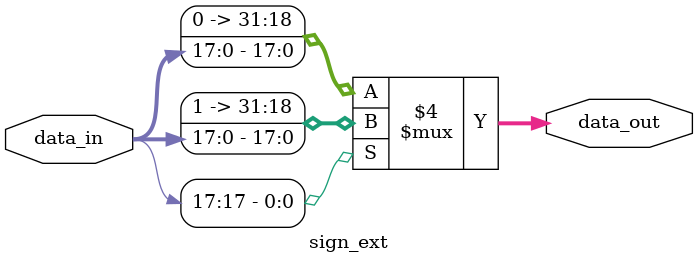
<source format=sv>
module sign_ext #(
  parameter N = 18
) (
  input  logic [     N-1:0] data_in,
  output logic [(N+14)-1:0] data_out
);

  always @* begin
    if (data_in[N-1] == 1'b0) data_out = {{14{1'b0}}, data_in};
    else data_out = {{14{1'b1}}, data_in};
  end
endmodule

</source>
